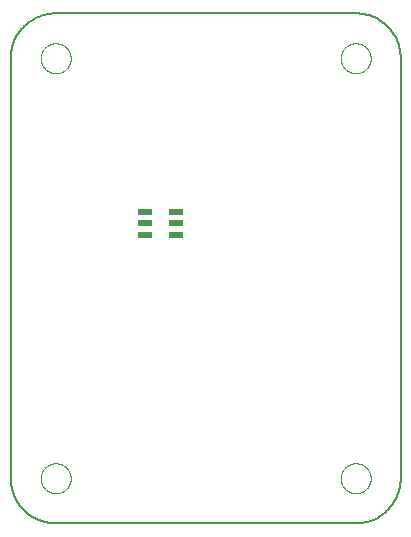
<source format=gbp>
G75*
%MOIN*%
%OFA0B0*%
%FSLAX25Y25*%
%IPPOS*%
%LPD*%
%AMOC8*
5,1,8,0,0,1.08239X$1,22.5*
%
%ADD10C,0.00600*%
%ADD11C,0.00000*%
%ADD12R,0.04724X0.02165*%
D10*
X0001300Y0016300D02*
X0001300Y0156300D01*
X0001304Y0156662D01*
X0001318Y0157025D01*
X0001339Y0157387D01*
X0001370Y0157748D01*
X0001409Y0158108D01*
X0001457Y0158467D01*
X0001514Y0158825D01*
X0001579Y0159182D01*
X0001653Y0159537D01*
X0001736Y0159890D01*
X0001827Y0160241D01*
X0001926Y0160589D01*
X0002034Y0160935D01*
X0002150Y0161279D01*
X0002275Y0161619D01*
X0002407Y0161956D01*
X0002548Y0162290D01*
X0002697Y0162621D01*
X0002854Y0162948D01*
X0003018Y0163271D01*
X0003190Y0163590D01*
X0003370Y0163904D01*
X0003558Y0164215D01*
X0003753Y0164520D01*
X0003955Y0164821D01*
X0004165Y0165117D01*
X0004381Y0165407D01*
X0004605Y0165693D01*
X0004835Y0165973D01*
X0005072Y0166247D01*
X0005316Y0166515D01*
X0005566Y0166778D01*
X0005822Y0167034D01*
X0006085Y0167284D01*
X0006353Y0167528D01*
X0006627Y0167765D01*
X0006907Y0167995D01*
X0007193Y0168219D01*
X0007483Y0168435D01*
X0007779Y0168645D01*
X0008080Y0168847D01*
X0008385Y0169042D01*
X0008696Y0169230D01*
X0009010Y0169410D01*
X0009329Y0169582D01*
X0009652Y0169746D01*
X0009979Y0169903D01*
X0010310Y0170052D01*
X0010644Y0170193D01*
X0010981Y0170325D01*
X0011321Y0170450D01*
X0011665Y0170566D01*
X0012011Y0170674D01*
X0012359Y0170773D01*
X0012710Y0170864D01*
X0013063Y0170947D01*
X0013418Y0171021D01*
X0013775Y0171086D01*
X0014133Y0171143D01*
X0014492Y0171191D01*
X0014852Y0171230D01*
X0015213Y0171261D01*
X0015575Y0171282D01*
X0015938Y0171296D01*
X0016300Y0171300D01*
X0116300Y0171300D01*
X0116662Y0171296D01*
X0117025Y0171282D01*
X0117387Y0171261D01*
X0117748Y0171230D01*
X0118108Y0171191D01*
X0118467Y0171143D01*
X0118825Y0171086D01*
X0119182Y0171021D01*
X0119537Y0170947D01*
X0119890Y0170864D01*
X0120241Y0170773D01*
X0120589Y0170674D01*
X0120935Y0170566D01*
X0121279Y0170450D01*
X0121619Y0170325D01*
X0121956Y0170193D01*
X0122290Y0170052D01*
X0122621Y0169903D01*
X0122948Y0169746D01*
X0123271Y0169582D01*
X0123590Y0169410D01*
X0123904Y0169230D01*
X0124215Y0169042D01*
X0124520Y0168847D01*
X0124821Y0168645D01*
X0125117Y0168435D01*
X0125407Y0168219D01*
X0125693Y0167995D01*
X0125973Y0167765D01*
X0126247Y0167528D01*
X0126515Y0167284D01*
X0126778Y0167034D01*
X0127034Y0166778D01*
X0127284Y0166515D01*
X0127528Y0166247D01*
X0127765Y0165973D01*
X0127995Y0165693D01*
X0128219Y0165407D01*
X0128435Y0165117D01*
X0128645Y0164821D01*
X0128847Y0164520D01*
X0129042Y0164215D01*
X0129230Y0163904D01*
X0129410Y0163590D01*
X0129582Y0163271D01*
X0129746Y0162948D01*
X0129903Y0162621D01*
X0130052Y0162290D01*
X0130193Y0161956D01*
X0130325Y0161619D01*
X0130450Y0161279D01*
X0130566Y0160935D01*
X0130674Y0160589D01*
X0130773Y0160241D01*
X0130864Y0159890D01*
X0130947Y0159537D01*
X0131021Y0159182D01*
X0131086Y0158825D01*
X0131143Y0158467D01*
X0131191Y0158108D01*
X0131230Y0157748D01*
X0131261Y0157387D01*
X0131282Y0157025D01*
X0131296Y0156662D01*
X0131300Y0156300D01*
X0131300Y0016300D01*
X0131296Y0015938D01*
X0131282Y0015575D01*
X0131261Y0015213D01*
X0131230Y0014852D01*
X0131191Y0014492D01*
X0131143Y0014133D01*
X0131086Y0013775D01*
X0131021Y0013418D01*
X0130947Y0013063D01*
X0130864Y0012710D01*
X0130773Y0012359D01*
X0130674Y0012011D01*
X0130566Y0011665D01*
X0130450Y0011321D01*
X0130325Y0010981D01*
X0130193Y0010644D01*
X0130052Y0010310D01*
X0129903Y0009979D01*
X0129746Y0009652D01*
X0129582Y0009329D01*
X0129410Y0009010D01*
X0129230Y0008696D01*
X0129042Y0008385D01*
X0128847Y0008080D01*
X0128645Y0007779D01*
X0128435Y0007483D01*
X0128219Y0007193D01*
X0127995Y0006907D01*
X0127765Y0006627D01*
X0127528Y0006353D01*
X0127284Y0006085D01*
X0127034Y0005822D01*
X0126778Y0005566D01*
X0126515Y0005316D01*
X0126247Y0005072D01*
X0125973Y0004835D01*
X0125693Y0004605D01*
X0125407Y0004381D01*
X0125117Y0004165D01*
X0124821Y0003955D01*
X0124520Y0003753D01*
X0124215Y0003558D01*
X0123904Y0003370D01*
X0123590Y0003190D01*
X0123271Y0003018D01*
X0122948Y0002854D01*
X0122621Y0002697D01*
X0122290Y0002548D01*
X0121956Y0002407D01*
X0121619Y0002275D01*
X0121279Y0002150D01*
X0120935Y0002034D01*
X0120589Y0001926D01*
X0120241Y0001827D01*
X0119890Y0001736D01*
X0119537Y0001653D01*
X0119182Y0001579D01*
X0118825Y0001514D01*
X0118467Y0001457D01*
X0118108Y0001409D01*
X0117748Y0001370D01*
X0117387Y0001339D01*
X0117025Y0001318D01*
X0116662Y0001304D01*
X0116300Y0001300D01*
X0016300Y0001300D01*
X0015938Y0001304D01*
X0015575Y0001318D01*
X0015213Y0001339D01*
X0014852Y0001370D01*
X0014492Y0001409D01*
X0014133Y0001457D01*
X0013775Y0001514D01*
X0013418Y0001579D01*
X0013063Y0001653D01*
X0012710Y0001736D01*
X0012359Y0001827D01*
X0012011Y0001926D01*
X0011665Y0002034D01*
X0011321Y0002150D01*
X0010981Y0002275D01*
X0010644Y0002407D01*
X0010310Y0002548D01*
X0009979Y0002697D01*
X0009652Y0002854D01*
X0009329Y0003018D01*
X0009010Y0003190D01*
X0008696Y0003370D01*
X0008385Y0003558D01*
X0008080Y0003753D01*
X0007779Y0003955D01*
X0007483Y0004165D01*
X0007193Y0004381D01*
X0006907Y0004605D01*
X0006627Y0004835D01*
X0006353Y0005072D01*
X0006085Y0005316D01*
X0005822Y0005566D01*
X0005566Y0005822D01*
X0005316Y0006085D01*
X0005072Y0006353D01*
X0004835Y0006627D01*
X0004605Y0006907D01*
X0004381Y0007193D01*
X0004165Y0007483D01*
X0003955Y0007779D01*
X0003753Y0008080D01*
X0003558Y0008385D01*
X0003370Y0008696D01*
X0003190Y0009010D01*
X0003018Y0009329D01*
X0002854Y0009652D01*
X0002697Y0009979D01*
X0002548Y0010310D01*
X0002407Y0010644D01*
X0002275Y0010981D01*
X0002150Y0011321D01*
X0002034Y0011665D01*
X0001926Y0012011D01*
X0001827Y0012359D01*
X0001736Y0012710D01*
X0001653Y0013063D01*
X0001579Y0013418D01*
X0001514Y0013775D01*
X0001457Y0014133D01*
X0001409Y0014492D01*
X0001370Y0014852D01*
X0001339Y0015213D01*
X0001318Y0015575D01*
X0001304Y0015938D01*
X0001300Y0016300D01*
D11*
X0011300Y0016300D02*
X0011302Y0016441D01*
X0011308Y0016582D01*
X0011318Y0016722D01*
X0011332Y0016862D01*
X0011350Y0017002D01*
X0011371Y0017141D01*
X0011397Y0017280D01*
X0011426Y0017418D01*
X0011460Y0017554D01*
X0011497Y0017690D01*
X0011538Y0017825D01*
X0011583Y0017959D01*
X0011632Y0018091D01*
X0011684Y0018222D01*
X0011740Y0018351D01*
X0011800Y0018478D01*
X0011863Y0018604D01*
X0011929Y0018728D01*
X0012000Y0018851D01*
X0012073Y0018971D01*
X0012150Y0019089D01*
X0012230Y0019205D01*
X0012314Y0019318D01*
X0012400Y0019429D01*
X0012490Y0019538D01*
X0012583Y0019644D01*
X0012678Y0019747D01*
X0012777Y0019848D01*
X0012878Y0019946D01*
X0012982Y0020041D01*
X0013089Y0020133D01*
X0013198Y0020222D01*
X0013310Y0020307D01*
X0013424Y0020390D01*
X0013540Y0020470D01*
X0013659Y0020546D01*
X0013780Y0020618D01*
X0013902Y0020688D01*
X0014027Y0020753D01*
X0014153Y0020816D01*
X0014281Y0020874D01*
X0014411Y0020929D01*
X0014542Y0020981D01*
X0014675Y0021028D01*
X0014809Y0021072D01*
X0014944Y0021113D01*
X0015080Y0021149D01*
X0015217Y0021181D01*
X0015355Y0021210D01*
X0015493Y0021235D01*
X0015633Y0021255D01*
X0015773Y0021272D01*
X0015913Y0021285D01*
X0016054Y0021294D01*
X0016194Y0021299D01*
X0016335Y0021300D01*
X0016476Y0021297D01*
X0016617Y0021290D01*
X0016757Y0021279D01*
X0016897Y0021264D01*
X0017037Y0021245D01*
X0017176Y0021223D01*
X0017314Y0021196D01*
X0017452Y0021166D01*
X0017588Y0021131D01*
X0017724Y0021093D01*
X0017858Y0021051D01*
X0017992Y0021005D01*
X0018124Y0020956D01*
X0018254Y0020902D01*
X0018383Y0020845D01*
X0018510Y0020785D01*
X0018636Y0020721D01*
X0018759Y0020653D01*
X0018881Y0020582D01*
X0019001Y0020508D01*
X0019118Y0020430D01*
X0019233Y0020349D01*
X0019346Y0020265D01*
X0019457Y0020178D01*
X0019565Y0020087D01*
X0019670Y0019994D01*
X0019773Y0019897D01*
X0019873Y0019798D01*
X0019970Y0019696D01*
X0020064Y0019591D01*
X0020155Y0019484D01*
X0020243Y0019374D01*
X0020328Y0019262D01*
X0020410Y0019147D01*
X0020489Y0019030D01*
X0020564Y0018911D01*
X0020636Y0018790D01*
X0020704Y0018667D01*
X0020769Y0018542D01*
X0020831Y0018415D01*
X0020888Y0018286D01*
X0020943Y0018156D01*
X0020993Y0018025D01*
X0021040Y0017892D01*
X0021083Y0017758D01*
X0021122Y0017622D01*
X0021157Y0017486D01*
X0021189Y0017349D01*
X0021216Y0017211D01*
X0021240Y0017072D01*
X0021260Y0016932D01*
X0021276Y0016792D01*
X0021288Y0016652D01*
X0021296Y0016511D01*
X0021300Y0016370D01*
X0021300Y0016230D01*
X0021296Y0016089D01*
X0021288Y0015948D01*
X0021276Y0015808D01*
X0021260Y0015668D01*
X0021240Y0015528D01*
X0021216Y0015389D01*
X0021189Y0015251D01*
X0021157Y0015114D01*
X0021122Y0014978D01*
X0021083Y0014842D01*
X0021040Y0014708D01*
X0020993Y0014575D01*
X0020943Y0014444D01*
X0020888Y0014314D01*
X0020831Y0014185D01*
X0020769Y0014058D01*
X0020704Y0013933D01*
X0020636Y0013810D01*
X0020564Y0013689D01*
X0020489Y0013570D01*
X0020410Y0013453D01*
X0020328Y0013338D01*
X0020243Y0013226D01*
X0020155Y0013116D01*
X0020064Y0013009D01*
X0019970Y0012904D01*
X0019873Y0012802D01*
X0019773Y0012703D01*
X0019670Y0012606D01*
X0019565Y0012513D01*
X0019457Y0012422D01*
X0019346Y0012335D01*
X0019233Y0012251D01*
X0019118Y0012170D01*
X0019001Y0012092D01*
X0018881Y0012018D01*
X0018759Y0011947D01*
X0018636Y0011879D01*
X0018510Y0011815D01*
X0018383Y0011755D01*
X0018254Y0011698D01*
X0018124Y0011644D01*
X0017992Y0011595D01*
X0017858Y0011549D01*
X0017724Y0011507D01*
X0017588Y0011469D01*
X0017452Y0011434D01*
X0017314Y0011404D01*
X0017176Y0011377D01*
X0017037Y0011355D01*
X0016897Y0011336D01*
X0016757Y0011321D01*
X0016617Y0011310D01*
X0016476Y0011303D01*
X0016335Y0011300D01*
X0016194Y0011301D01*
X0016054Y0011306D01*
X0015913Y0011315D01*
X0015773Y0011328D01*
X0015633Y0011345D01*
X0015493Y0011365D01*
X0015355Y0011390D01*
X0015217Y0011419D01*
X0015080Y0011451D01*
X0014944Y0011487D01*
X0014809Y0011528D01*
X0014675Y0011572D01*
X0014542Y0011619D01*
X0014411Y0011671D01*
X0014281Y0011726D01*
X0014153Y0011784D01*
X0014027Y0011847D01*
X0013902Y0011912D01*
X0013780Y0011982D01*
X0013659Y0012054D01*
X0013540Y0012130D01*
X0013424Y0012210D01*
X0013310Y0012293D01*
X0013198Y0012378D01*
X0013089Y0012467D01*
X0012982Y0012559D01*
X0012878Y0012654D01*
X0012777Y0012752D01*
X0012678Y0012853D01*
X0012583Y0012956D01*
X0012490Y0013062D01*
X0012400Y0013171D01*
X0012314Y0013282D01*
X0012230Y0013395D01*
X0012150Y0013511D01*
X0012073Y0013629D01*
X0012000Y0013749D01*
X0011929Y0013872D01*
X0011863Y0013996D01*
X0011800Y0014122D01*
X0011740Y0014249D01*
X0011684Y0014378D01*
X0011632Y0014509D01*
X0011583Y0014641D01*
X0011538Y0014775D01*
X0011497Y0014910D01*
X0011460Y0015046D01*
X0011426Y0015182D01*
X0011397Y0015320D01*
X0011371Y0015459D01*
X0011350Y0015598D01*
X0011332Y0015738D01*
X0011318Y0015878D01*
X0011308Y0016018D01*
X0011302Y0016159D01*
X0011300Y0016300D01*
X0111300Y0016300D02*
X0111302Y0016441D01*
X0111308Y0016582D01*
X0111318Y0016722D01*
X0111332Y0016862D01*
X0111350Y0017002D01*
X0111371Y0017141D01*
X0111397Y0017280D01*
X0111426Y0017418D01*
X0111460Y0017554D01*
X0111497Y0017690D01*
X0111538Y0017825D01*
X0111583Y0017959D01*
X0111632Y0018091D01*
X0111684Y0018222D01*
X0111740Y0018351D01*
X0111800Y0018478D01*
X0111863Y0018604D01*
X0111929Y0018728D01*
X0112000Y0018851D01*
X0112073Y0018971D01*
X0112150Y0019089D01*
X0112230Y0019205D01*
X0112314Y0019318D01*
X0112400Y0019429D01*
X0112490Y0019538D01*
X0112583Y0019644D01*
X0112678Y0019747D01*
X0112777Y0019848D01*
X0112878Y0019946D01*
X0112982Y0020041D01*
X0113089Y0020133D01*
X0113198Y0020222D01*
X0113310Y0020307D01*
X0113424Y0020390D01*
X0113540Y0020470D01*
X0113659Y0020546D01*
X0113780Y0020618D01*
X0113902Y0020688D01*
X0114027Y0020753D01*
X0114153Y0020816D01*
X0114281Y0020874D01*
X0114411Y0020929D01*
X0114542Y0020981D01*
X0114675Y0021028D01*
X0114809Y0021072D01*
X0114944Y0021113D01*
X0115080Y0021149D01*
X0115217Y0021181D01*
X0115355Y0021210D01*
X0115493Y0021235D01*
X0115633Y0021255D01*
X0115773Y0021272D01*
X0115913Y0021285D01*
X0116054Y0021294D01*
X0116194Y0021299D01*
X0116335Y0021300D01*
X0116476Y0021297D01*
X0116617Y0021290D01*
X0116757Y0021279D01*
X0116897Y0021264D01*
X0117037Y0021245D01*
X0117176Y0021223D01*
X0117314Y0021196D01*
X0117452Y0021166D01*
X0117588Y0021131D01*
X0117724Y0021093D01*
X0117858Y0021051D01*
X0117992Y0021005D01*
X0118124Y0020956D01*
X0118254Y0020902D01*
X0118383Y0020845D01*
X0118510Y0020785D01*
X0118636Y0020721D01*
X0118759Y0020653D01*
X0118881Y0020582D01*
X0119001Y0020508D01*
X0119118Y0020430D01*
X0119233Y0020349D01*
X0119346Y0020265D01*
X0119457Y0020178D01*
X0119565Y0020087D01*
X0119670Y0019994D01*
X0119773Y0019897D01*
X0119873Y0019798D01*
X0119970Y0019696D01*
X0120064Y0019591D01*
X0120155Y0019484D01*
X0120243Y0019374D01*
X0120328Y0019262D01*
X0120410Y0019147D01*
X0120489Y0019030D01*
X0120564Y0018911D01*
X0120636Y0018790D01*
X0120704Y0018667D01*
X0120769Y0018542D01*
X0120831Y0018415D01*
X0120888Y0018286D01*
X0120943Y0018156D01*
X0120993Y0018025D01*
X0121040Y0017892D01*
X0121083Y0017758D01*
X0121122Y0017622D01*
X0121157Y0017486D01*
X0121189Y0017349D01*
X0121216Y0017211D01*
X0121240Y0017072D01*
X0121260Y0016932D01*
X0121276Y0016792D01*
X0121288Y0016652D01*
X0121296Y0016511D01*
X0121300Y0016370D01*
X0121300Y0016230D01*
X0121296Y0016089D01*
X0121288Y0015948D01*
X0121276Y0015808D01*
X0121260Y0015668D01*
X0121240Y0015528D01*
X0121216Y0015389D01*
X0121189Y0015251D01*
X0121157Y0015114D01*
X0121122Y0014978D01*
X0121083Y0014842D01*
X0121040Y0014708D01*
X0120993Y0014575D01*
X0120943Y0014444D01*
X0120888Y0014314D01*
X0120831Y0014185D01*
X0120769Y0014058D01*
X0120704Y0013933D01*
X0120636Y0013810D01*
X0120564Y0013689D01*
X0120489Y0013570D01*
X0120410Y0013453D01*
X0120328Y0013338D01*
X0120243Y0013226D01*
X0120155Y0013116D01*
X0120064Y0013009D01*
X0119970Y0012904D01*
X0119873Y0012802D01*
X0119773Y0012703D01*
X0119670Y0012606D01*
X0119565Y0012513D01*
X0119457Y0012422D01*
X0119346Y0012335D01*
X0119233Y0012251D01*
X0119118Y0012170D01*
X0119001Y0012092D01*
X0118881Y0012018D01*
X0118759Y0011947D01*
X0118636Y0011879D01*
X0118510Y0011815D01*
X0118383Y0011755D01*
X0118254Y0011698D01*
X0118124Y0011644D01*
X0117992Y0011595D01*
X0117858Y0011549D01*
X0117724Y0011507D01*
X0117588Y0011469D01*
X0117452Y0011434D01*
X0117314Y0011404D01*
X0117176Y0011377D01*
X0117037Y0011355D01*
X0116897Y0011336D01*
X0116757Y0011321D01*
X0116617Y0011310D01*
X0116476Y0011303D01*
X0116335Y0011300D01*
X0116194Y0011301D01*
X0116054Y0011306D01*
X0115913Y0011315D01*
X0115773Y0011328D01*
X0115633Y0011345D01*
X0115493Y0011365D01*
X0115355Y0011390D01*
X0115217Y0011419D01*
X0115080Y0011451D01*
X0114944Y0011487D01*
X0114809Y0011528D01*
X0114675Y0011572D01*
X0114542Y0011619D01*
X0114411Y0011671D01*
X0114281Y0011726D01*
X0114153Y0011784D01*
X0114027Y0011847D01*
X0113902Y0011912D01*
X0113780Y0011982D01*
X0113659Y0012054D01*
X0113540Y0012130D01*
X0113424Y0012210D01*
X0113310Y0012293D01*
X0113198Y0012378D01*
X0113089Y0012467D01*
X0112982Y0012559D01*
X0112878Y0012654D01*
X0112777Y0012752D01*
X0112678Y0012853D01*
X0112583Y0012956D01*
X0112490Y0013062D01*
X0112400Y0013171D01*
X0112314Y0013282D01*
X0112230Y0013395D01*
X0112150Y0013511D01*
X0112073Y0013629D01*
X0112000Y0013749D01*
X0111929Y0013872D01*
X0111863Y0013996D01*
X0111800Y0014122D01*
X0111740Y0014249D01*
X0111684Y0014378D01*
X0111632Y0014509D01*
X0111583Y0014641D01*
X0111538Y0014775D01*
X0111497Y0014910D01*
X0111460Y0015046D01*
X0111426Y0015182D01*
X0111397Y0015320D01*
X0111371Y0015459D01*
X0111350Y0015598D01*
X0111332Y0015738D01*
X0111318Y0015878D01*
X0111308Y0016018D01*
X0111302Y0016159D01*
X0111300Y0016300D01*
X0111300Y0156300D02*
X0111302Y0156441D01*
X0111308Y0156582D01*
X0111318Y0156722D01*
X0111332Y0156862D01*
X0111350Y0157002D01*
X0111371Y0157141D01*
X0111397Y0157280D01*
X0111426Y0157418D01*
X0111460Y0157554D01*
X0111497Y0157690D01*
X0111538Y0157825D01*
X0111583Y0157959D01*
X0111632Y0158091D01*
X0111684Y0158222D01*
X0111740Y0158351D01*
X0111800Y0158478D01*
X0111863Y0158604D01*
X0111929Y0158728D01*
X0112000Y0158851D01*
X0112073Y0158971D01*
X0112150Y0159089D01*
X0112230Y0159205D01*
X0112314Y0159318D01*
X0112400Y0159429D01*
X0112490Y0159538D01*
X0112583Y0159644D01*
X0112678Y0159747D01*
X0112777Y0159848D01*
X0112878Y0159946D01*
X0112982Y0160041D01*
X0113089Y0160133D01*
X0113198Y0160222D01*
X0113310Y0160307D01*
X0113424Y0160390D01*
X0113540Y0160470D01*
X0113659Y0160546D01*
X0113780Y0160618D01*
X0113902Y0160688D01*
X0114027Y0160753D01*
X0114153Y0160816D01*
X0114281Y0160874D01*
X0114411Y0160929D01*
X0114542Y0160981D01*
X0114675Y0161028D01*
X0114809Y0161072D01*
X0114944Y0161113D01*
X0115080Y0161149D01*
X0115217Y0161181D01*
X0115355Y0161210D01*
X0115493Y0161235D01*
X0115633Y0161255D01*
X0115773Y0161272D01*
X0115913Y0161285D01*
X0116054Y0161294D01*
X0116194Y0161299D01*
X0116335Y0161300D01*
X0116476Y0161297D01*
X0116617Y0161290D01*
X0116757Y0161279D01*
X0116897Y0161264D01*
X0117037Y0161245D01*
X0117176Y0161223D01*
X0117314Y0161196D01*
X0117452Y0161166D01*
X0117588Y0161131D01*
X0117724Y0161093D01*
X0117858Y0161051D01*
X0117992Y0161005D01*
X0118124Y0160956D01*
X0118254Y0160902D01*
X0118383Y0160845D01*
X0118510Y0160785D01*
X0118636Y0160721D01*
X0118759Y0160653D01*
X0118881Y0160582D01*
X0119001Y0160508D01*
X0119118Y0160430D01*
X0119233Y0160349D01*
X0119346Y0160265D01*
X0119457Y0160178D01*
X0119565Y0160087D01*
X0119670Y0159994D01*
X0119773Y0159897D01*
X0119873Y0159798D01*
X0119970Y0159696D01*
X0120064Y0159591D01*
X0120155Y0159484D01*
X0120243Y0159374D01*
X0120328Y0159262D01*
X0120410Y0159147D01*
X0120489Y0159030D01*
X0120564Y0158911D01*
X0120636Y0158790D01*
X0120704Y0158667D01*
X0120769Y0158542D01*
X0120831Y0158415D01*
X0120888Y0158286D01*
X0120943Y0158156D01*
X0120993Y0158025D01*
X0121040Y0157892D01*
X0121083Y0157758D01*
X0121122Y0157622D01*
X0121157Y0157486D01*
X0121189Y0157349D01*
X0121216Y0157211D01*
X0121240Y0157072D01*
X0121260Y0156932D01*
X0121276Y0156792D01*
X0121288Y0156652D01*
X0121296Y0156511D01*
X0121300Y0156370D01*
X0121300Y0156230D01*
X0121296Y0156089D01*
X0121288Y0155948D01*
X0121276Y0155808D01*
X0121260Y0155668D01*
X0121240Y0155528D01*
X0121216Y0155389D01*
X0121189Y0155251D01*
X0121157Y0155114D01*
X0121122Y0154978D01*
X0121083Y0154842D01*
X0121040Y0154708D01*
X0120993Y0154575D01*
X0120943Y0154444D01*
X0120888Y0154314D01*
X0120831Y0154185D01*
X0120769Y0154058D01*
X0120704Y0153933D01*
X0120636Y0153810D01*
X0120564Y0153689D01*
X0120489Y0153570D01*
X0120410Y0153453D01*
X0120328Y0153338D01*
X0120243Y0153226D01*
X0120155Y0153116D01*
X0120064Y0153009D01*
X0119970Y0152904D01*
X0119873Y0152802D01*
X0119773Y0152703D01*
X0119670Y0152606D01*
X0119565Y0152513D01*
X0119457Y0152422D01*
X0119346Y0152335D01*
X0119233Y0152251D01*
X0119118Y0152170D01*
X0119001Y0152092D01*
X0118881Y0152018D01*
X0118759Y0151947D01*
X0118636Y0151879D01*
X0118510Y0151815D01*
X0118383Y0151755D01*
X0118254Y0151698D01*
X0118124Y0151644D01*
X0117992Y0151595D01*
X0117858Y0151549D01*
X0117724Y0151507D01*
X0117588Y0151469D01*
X0117452Y0151434D01*
X0117314Y0151404D01*
X0117176Y0151377D01*
X0117037Y0151355D01*
X0116897Y0151336D01*
X0116757Y0151321D01*
X0116617Y0151310D01*
X0116476Y0151303D01*
X0116335Y0151300D01*
X0116194Y0151301D01*
X0116054Y0151306D01*
X0115913Y0151315D01*
X0115773Y0151328D01*
X0115633Y0151345D01*
X0115493Y0151365D01*
X0115355Y0151390D01*
X0115217Y0151419D01*
X0115080Y0151451D01*
X0114944Y0151487D01*
X0114809Y0151528D01*
X0114675Y0151572D01*
X0114542Y0151619D01*
X0114411Y0151671D01*
X0114281Y0151726D01*
X0114153Y0151784D01*
X0114027Y0151847D01*
X0113902Y0151912D01*
X0113780Y0151982D01*
X0113659Y0152054D01*
X0113540Y0152130D01*
X0113424Y0152210D01*
X0113310Y0152293D01*
X0113198Y0152378D01*
X0113089Y0152467D01*
X0112982Y0152559D01*
X0112878Y0152654D01*
X0112777Y0152752D01*
X0112678Y0152853D01*
X0112583Y0152956D01*
X0112490Y0153062D01*
X0112400Y0153171D01*
X0112314Y0153282D01*
X0112230Y0153395D01*
X0112150Y0153511D01*
X0112073Y0153629D01*
X0112000Y0153749D01*
X0111929Y0153872D01*
X0111863Y0153996D01*
X0111800Y0154122D01*
X0111740Y0154249D01*
X0111684Y0154378D01*
X0111632Y0154509D01*
X0111583Y0154641D01*
X0111538Y0154775D01*
X0111497Y0154910D01*
X0111460Y0155046D01*
X0111426Y0155182D01*
X0111397Y0155320D01*
X0111371Y0155459D01*
X0111350Y0155598D01*
X0111332Y0155738D01*
X0111318Y0155878D01*
X0111308Y0156018D01*
X0111302Y0156159D01*
X0111300Y0156300D01*
X0011300Y0156300D02*
X0011302Y0156441D01*
X0011308Y0156582D01*
X0011318Y0156722D01*
X0011332Y0156862D01*
X0011350Y0157002D01*
X0011371Y0157141D01*
X0011397Y0157280D01*
X0011426Y0157418D01*
X0011460Y0157554D01*
X0011497Y0157690D01*
X0011538Y0157825D01*
X0011583Y0157959D01*
X0011632Y0158091D01*
X0011684Y0158222D01*
X0011740Y0158351D01*
X0011800Y0158478D01*
X0011863Y0158604D01*
X0011929Y0158728D01*
X0012000Y0158851D01*
X0012073Y0158971D01*
X0012150Y0159089D01*
X0012230Y0159205D01*
X0012314Y0159318D01*
X0012400Y0159429D01*
X0012490Y0159538D01*
X0012583Y0159644D01*
X0012678Y0159747D01*
X0012777Y0159848D01*
X0012878Y0159946D01*
X0012982Y0160041D01*
X0013089Y0160133D01*
X0013198Y0160222D01*
X0013310Y0160307D01*
X0013424Y0160390D01*
X0013540Y0160470D01*
X0013659Y0160546D01*
X0013780Y0160618D01*
X0013902Y0160688D01*
X0014027Y0160753D01*
X0014153Y0160816D01*
X0014281Y0160874D01*
X0014411Y0160929D01*
X0014542Y0160981D01*
X0014675Y0161028D01*
X0014809Y0161072D01*
X0014944Y0161113D01*
X0015080Y0161149D01*
X0015217Y0161181D01*
X0015355Y0161210D01*
X0015493Y0161235D01*
X0015633Y0161255D01*
X0015773Y0161272D01*
X0015913Y0161285D01*
X0016054Y0161294D01*
X0016194Y0161299D01*
X0016335Y0161300D01*
X0016476Y0161297D01*
X0016617Y0161290D01*
X0016757Y0161279D01*
X0016897Y0161264D01*
X0017037Y0161245D01*
X0017176Y0161223D01*
X0017314Y0161196D01*
X0017452Y0161166D01*
X0017588Y0161131D01*
X0017724Y0161093D01*
X0017858Y0161051D01*
X0017992Y0161005D01*
X0018124Y0160956D01*
X0018254Y0160902D01*
X0018383Y0160845D01*
X0018510Y0160785D01*
X0018636Y0160721D01*
X0018759Y0160653D01*
X0018881Y0160582D01*
X0019001Y0160508D01*
X0019118Y0160430D01*
X0019233Y0160349D01*
X0019346Y0160265D01*
X0019457Y0160178D01*
X0019565Y0160087D01*
X0019670Y0159994D01*
X0019773Y0159897D01*
X0019873Y0159798D01*
X0019970Y0159696D01*
X0020064Y0159591D01*
X0020155Y0159484D01*
X0020243Y0159374D01*
X0020328Y0159262D01*
X0020410Y0159147D01*
X0020489Y0159030D01*
X0020564Y0158911D01*
X0020636Y0158790D01*
X0020704Y0158667D01*
X0020769Y0158542D01*
X0020831Y0158415D01*
X0020888Y0158286D01*
X0020943Y0158156D01*
X0020993Y0158025D01*
X0021040Y0157892D01*
X0021083Y0157758D01*
X0021122Y0157622D01*
X0021157Y0157486D01*
X0021189Y0157349D01*
X0021216Y0157211D01*
X0021240Y0157072D01*
X0021260Y0156932D01*
X0021276Y0156792D01*
X0021288Y0156652D01*
X0021296Y0156511D01*
X0021300Y0156370D01*
X0021300Y0156230D01*
X0021296Y0156089D01*
X0021288Y0155948D01*
X0021276Y0155808D01*
X0021260Y0155668D01*
X0021240Y0155528D01*
X0021216Y0155389D01*
X0021189Y0155251D01*
X0021157Y0155114D01*
X0021122Y0154978D01*
X0021083Y0154842D01*
X0021040Y0154708D01*
X0020993Y0154575D01*
X0020943Y0154444D01*
X0020888Y0154314D01*
X0020831Y0154185D01*
X0020769Y0154058D01*
X0020704Y0153933D01*
X0020636Y0153810D01*
X0020564Y0153689D01*
X0020489Y0153570D01*
X0020410Y0153453D01*
X0020328Y0153338D01*
X0020243Y0153226D01*
X0020155Y0153116D01*
X0020064Y0153009D01*
X0019970Y0152904D01*
X0019873Y0152802D01*
X0019773Y0152703D01*
X0019670Y0152606D01*
X0019565Y0152513D01*
X0019457Y0152422D01*
X0019346Y0152335D01*
X0019233Y0152251D01*
X0019118Y0152170D01*
X0019001Y0152092D01*
X0018881Y0152018D01*
X0018759Y0151947D01*
X0018636Y0151879D01*
X0018510Y0151815D01*
X0018383Y0151755D01*
X0018254Y0151698D01*
X0018124Y0151644D01*
X0017992Y0151595D01*
X0017858Y0151549D01*
X0017724Y0151507D01*
X0017588Y0151469D01*
X0017452Y0151434D01*
X0017314Y0151404D01*
X0017176Y0151377D01*
X0017037Y0151355D01*
X0016897Y0151336D01*
X0016757Y0151321D01*
X0016617Y0151310D01*
X0016476Y0151303D01*
X0016335Y0151300D01*
X0016194Y0151301D01*
X0016054Y0151306D01*
X0015913Y0151315D01*
X0015773Y0151328D01*
X0015633Y0151345D01*
X0015493Y0151365D01*
X0015355Y0151390D01*
X0015217Y0151419D01*
X0015080Y0151451D01*
X0014944Y0151487D01*
X0014809Y0151528D01*
X0014675Y0151572D01*
X0014542Y0151619D01*
X0014411Y0151671D01*
X0014281Y0151726D01*
X0014153Y0151784D01*
X0014027Y0151847D01*
X0013902Y0151912D01*
X0013780Y0151982D01*
X0013659Y0152054D01*
X0013540Y0152130D01*
X0013424Y0152210D01*
X0013310Y0152293D01*
X0013198Y0152378D01*
X0013089Y0152467D01*
X0012982Y0152559D01*
X0012878Y0152654D01*
X0012777Y0152752D01*
X0012678Y0152853D01*
X0012583Y0152956D01*
X0012490Y0153062D01*
X0012400Y0153171D01*
X0012314Y0153282D01*
X0012230Y0153395D01*
X0012150Y0153511D01*
X0012073Y0153629D01*
X0012000Y0153749D01*
X0011929Y0153872D01*
X0011863Y0153996D01*
X0011800Y0154122D01*
X0011740Y0154249D01*
X0011684Y0154378D01*
X0011632Y0154509D01*
X0011583Y0154641D01*
X0011538Y0154775D01*
X0011497Y0154910D01*
X0011460Y0155046D01*
X0011426Y0155182D01*
X0011397Y0155320D01*
X0011371Y0155459D01*
X0011350Y0155598D01*
X0011332Y0155738D01*
X0011318Y0155878D01*
X0011308Y0156018D01*
X0011302Y0156159D01*
X0011300Y0156300D01*
D12*
X0046181Y0105040D03*
X0046181Y0101300D03*
X0046181Y0097560D03*
X0056419Y0097560D03*
X0056419Y0101300D03*
X0056419Y0105040D03*
M02*

</source>
